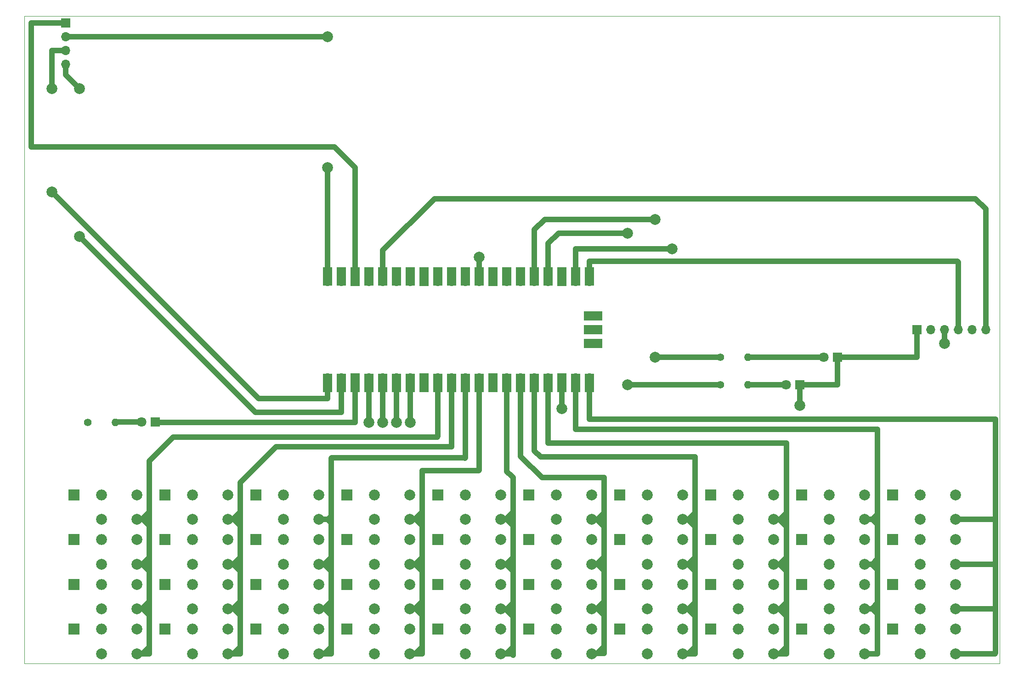
<source format=gbr>
%TF.GenerationSoftware,KiCad,Pcbnew,(5.1.12)-1*%
%TF.CreationDate,2022-01-08T10:32:31-05:00*%
%TF.ProjectId,pico_dual_sided,7069636f-5f64-4756-916c-5f7369646564,rev?*%
%TF.SameCoordinates,Original*%
%TF.FileFunction,Copper,L1,Top*%
%TF.FilePolarity,Positive*%
%FSLAX46Y46*%
G04 Gerber Fmt 4.6, Leading zero omitted, Abs format (unit mm)*
G04 Created by KiCad (PCBNEW (5.1.12)-1) date 2022-01-08 10:32:31*
%MOMM*%
%LPD*%
G01*
G04 APERTURE LIST*
%TA.AperFunction,Profile*%
%ADD10C,0.050000*%
%TD*%
%TA.AperFunction,ComponentPad*%
%ADD11C,2.000000*%
%TD*%
%TA.AperFunction,ComponentPad*%
%ADD12R,1.700000X1.700000*%
%TD*%
%TA.AperFunction,ComponentPad*%
%ADD13O,1.700000X1.700000*%
%TD*%
%TA.AperFunction,ComponentPad*%
%ADD14R,1.800000X1.800000*%
%TD*%
%TA.AperFunction,ComponentPad*%
%ADD15C,1.800000*%
%TD*%
%TA.AperFunction,SMDPad,CuDef*%
%ADD16R,1.700000X3.500000*%
%TD*%
%TA.AperFunction,SMDPad,CuDef*%
%ADD17R,3.500000X1.700000*%
%TD*%
%TA.AperFunction,ComponentPad*%
%ADD18O,2.000000X2.000000*%
%TD*%
%TA.AperFunction,ComponentPad*%
%ADD19R,2.000000X2.000000*%
%TD*%
%TA.AperFunction,ComponentPad*%
%ADD20C,1.400000*%
%TD*%
%TA.AperFunction,ComponentPad*%
%ADD21O,1.400000X1.400000*%
%TD*%
%TA.AperFunction,ViaPad*%
%ADD22C,2.000000*%
%TD*%
%TA.AperFunction,Conductor*%
%ADD23C,1.000000*%
%TD*%
G04 APERTURE END LIST*
D10*
X65405000Y-165100000D02*
X65405000Y-45720000D01*
X65405000Y-45720000D02*
X245110000Y-45720000D01*
X245110000Y-45720000D02*
X245110000Y-165100000D01*
X245110000Y-165100000D02*
X65405000Y-165100000D01*
D11*
%TO.P,SW12,3*%
%TO.N,Net-(SW12-Pad3)*%
X119657000Y-158750000D03*
%TO.P,SW12,4*%
%TO.N,Net-(SW10-Pad4)*%
X119657000Y-163250000D03*
%TO.P,SW12,1*%
%TO.N,Net-(D14-Pad2)*%
X113157000Y-158750000D03*
%TO.P,SW12,2*%
%TO.N,Net-(SW12-Pad2)*%
X113157000Y-163250000D03*
%TD*%
%TO.P,SW39,2*%
%TO.N,Net-(SW39-Pad2)*%
X230505000Y-154995000D03*
%TO.P,SW39,1*%
%TO.N,Net-(D41-Pad2)*%
X230505000Y-150495000D03*
%TO.P,SW39,4*%
%TO.N,Net-(SW37-Pad4)*%
X237005000Y-154995000D03*
%TO.P,SW39,3*%
%TO.N,Net-(SW39-Pad3)*%
X237005000Y-150495000D03*
%TD*%
D12*
%TO.P,IC1,1*%
%TO.N,Net-(D5-Pad1)*%
X229870000Y-103505000D03*
D13*
%TO.P,IC1,2*%
%TO.N,Net-(IC1-Pad2)*%
X232410000Y-103505000D03*
%TO.P,IC1,3*%
%TO.N,Net-(IC1-Pad3)*%
X234950000Y-103505000D03*
%TO.P,IC1,4*%
%TO.N,Net-(IC1-Pad4)*%
X237490000Y-103505000D03*
%TO.P,IC1,5*%
%TO.N,Net-(IC1-Pad5)*%
X240030000Y-103505000D03*
%TO.P,IC1,6*%
%TO.N,Net-(IC1-Pad6)*%
X242570000Y-103505000D03*
%TD*%
D14*
%TO.P,D6,1*%
%TO.N,Net-(D5-Pad1)*%
X215265000Y-108585000D03*
D15*
%TO.P,D6,2*%
%TO.N,Net-(D6-Pad2)*%
X212725000Y-108585000D03*
%TD*%
D11*
%TO.P,SW1,3*%
%TO.N,Net-(SW1-Pad3)*%
X86129000Y-133985000D03*
%TO.P,SW1,4*%
%TO.N,Net-(SW1-Pad4)*%
X86129000Y-138485000D03*
%TO.P,SW1,1*%
%TO.N,Net-(D1-Pad2)*%
X79629000Y-133985000D03*
%TO.P,SW1,2*%
%TO.N,Net-(SW1-Pad2)*%
X79629000Y-138485000D03*
%TD*%
D15*
%TO.P,D5,2*%
%TO.N,Net-(D5-Pad2)*%
X205740000Y-113665000D03*
D14*
%TO.P,D5,1*%
%TO.N,Net-(D5-Pad1)*%
X208280000Y-113665000D03*
%TD*%
D12*
%TO.P,J1,1*%
%TO.N,Net-(J1-Pad1)*%
X73025000Y-46990000D03*
D13*
%TO.P,J1,2*%
%TO.N,Net-(J1-Pad2)*%
X73025000Y-49530000D03*
%TO.P,J1,3*%
%TO.N,Net-(J1-Pad3)*%
X73025000Y-52070000D03*
%TO.P,J1,4*%
%TO.N,Net-(J1-Pad4)*%
X73025000Y-54610000D03*
%TD*%
D11*
%TO.P,SW2,3*%
%TO.N,Net-(SW2-Pad3)*%
X86129000Y-142240000D03*
%TO.P,SW2,4*%
%TO.N,Net-(SW1-Pad4)*%
X86129000Y-146740000D03*
%TO.P,SW2,1*%
%TO.N,Net-(D2-Pad2)*%
X79629000Y-142240000D03*
%TO.P,SW2,2*%
%TO.N,Net-(SW2-Pad2)*%
X79629000Y-146740000D03*
%TD*%
%TO.P,SW3,2*%
%TO.N,Net-(SW3-Pad2)*%
X79629000Y-154995000D03*
%TO.P,SW3,1*%
%TO.N,Net-(D3-Pad2)*%
X79629000Y-150495000D03*
%TO.P,SW3,4*%
%TO.N,Net-(SW1-Pad4)*%
X86129000Y-154995000D03*
%TO.P,SW3,3*%
%TO.N,Net-(SW3-Pad3)*%
X86129000Y-150495000D03*
%TD*%
%TO.P,SW4,2*%
%TO.N,Net-(SW4-Pad2)*%
X79629000Y-163250000D03*
%TO.P,SW4,1*%
%TO.N,Net-(D4-Pad2)*%
X79629000Y-158750000D03*
%TO.P,SW4,4*%
%TO.N,Net-(SW1-Pad4)*%
X86129000Y-163250000D03*
%TO.P,SW4,3*%
%TO.N,Net-(SW4-Pad3)*%
X86129000Y-158750000D03*
%TD*%
%TO.P,SW5,3*%
%TO.N,Net-(SW5-Pad3)*%
X102893000Y-133985000D03*
%TO.P,SW5,4*%
%TO.N,Net-(SW5-Pad4)*%
X102893000Y-138485000D03*
%TO.P,SW5,1*%
%TO.N,Net-(D7-Pad2)*%
X96393000Y-133985000D03*
%TO.P,SW5,2*%
%TO.N,Net-(SW5-Pad2)*%
X96393000Y-138485000D03*
%TD*%
%TO.P,SW6,3*%
%TO.N,Net-(SW6-Pad3)*%
X102893000Y-142240000D03*
%TO.P,SW6,4*%
%TO.N,Net-(SW5-Pad4)*%
X102893000Y-146740000D03*
%TO.P,SW6,1*%
%TO.N,Net-(D8-Pad2)*%
X96393000Y-142240000D03*
%TO.P,SW6,2*%
%TO.N,Net-(SW6-Pad2)*%
X96393000Y-146740000D03*
%TD*%
%TO.P,SW7,3*%
%TO.N,Net-(SW7-Pad3)*%
X102893000Y-150495000D03*
%TO.P,SW7,4*%
%TO.N,Net-(SW5-Pad4)*%
X102893000Y-154995000D03*
%TO.P,SW7,1*%
%TO.N,Net-(D9-Pad2)*%
X96393000Y-150495000D03*
%TO.P,SW7,2*%
%TO.N,Net-(SW7-Pad2)*%
X96393000Y-154995000D03*
%TD*%
%TO.P,SW8,2*%
%TO.N,Net-(SW8-Pad2)*%
X96393000Y-163250000D03*
%TO.P,SW8,1*%
%TO.N,Net-(D10-Pad2)*%
X96393000Y-158750000D03*
%TO.P,SW8,4*%
%TO.N,Net-(SW5-Pad4)*%
X102893000Y-163250000D03*
%TO.P,SW8,3*%
%TO.N,Net-(SW8-Pad3)*%
X102893000Y-158750000D03*
%TD*%
%TO.P,SW9,3*%
%TO.N,Net-(SW9-Pad3)*%
X119657000Y-133985000D03*
%TO.P,SW9,4*%
%TO.N,Net-(SW10-Pad4)*%
X119657000Y-138485000D03*
%TO.P,SW9,1*%
%TO.N,Net-(D11-Pad2)*%
X113157000Y-133985000D03*
%TO.P,SW9,2*%
%TO.N,Net-(SW9-Pad2)*%
X113157000Y-138485000D03*
%TD*%
%TO.P,SW10,3*%
%TO.N,Net-(SW10-Pad3)*%
X119657000Y-142240000D03*
%TO.P,SW10,4*%
%TO.N,Net-(SW10-Pad4)*%
X119657000Y-146740000D03*
%TO.P,SW10,1*%
%TO.N,Net-(D12-Pad2)*%
X113157000Y-142240000D03*
%TO.P,SW10,2*%
%TO.N,Net-(SW10-Pad2)*%
X113157000Y-146740000D03*
%TD*%
%TO.P,SW11,2*%
%TO.N,Net-(SW11-Pad2)*%
X113157000Y-154995000D03*
%TO.P,SW11,1*%
%TO.N,Net-(D13-Pad2)*%
X113157000Y-150495000D03*
%TO.P,SW11,4*%
%TO.N,Net-(SW10-Pad4)*%
X119657000Y-154995000D03*
%TO.P,SW11,3*%
%TO.N,Net-(SW11-Pad3)*%
X119657000Y-150495000D03*
%TD*%
%TO.P,SW13,3*%
%TO.N,Net-(SW13-Pad3)*%
X136421000Y-133985000D03*
%TO.P,SW13,4*%
%TO.N,Net-(SW13-Pad4)*%
X136421000Y-138485000D03*
%TO.P,SW13,1*%
%TO.N,Net-(D15-Pad2)*%
X129921000Y-133985000D03*
%TO.P,SW13,2*%
%TO.N,Net-(SW13-Pad2)*%
X129921000Y-138485000D03*
%TD*%
%TO.P,SW14,3*%
%TO.N,Net-(SW14-Pad3)*%
X136421000Y-142240000D03*
%TO.P,SW14,4*%
%TO.N,Net-(SW13-Pad4)*%
X136421000Y-146740000D03*
%TO.P,SW14,1*%
%TO.N,Net-(D16-Pad2)*%
X129921000Y-142240000D03*
%TO.P,SW14,2*%
%TO.N,Net-(SW14-Pad2)*%
X129921000Y-146740000D03*
%TD*%
%TO.P,SW15,2*%
%TO.N,Net-(SW15-Pad2)*%
X129921000Y-154995000D03*
%TO.P,SW15,1*%
%TO.N,Net-(D17-Pad2)*%
X129921000Y-150495000D03*
%TO.P,SW15,4*%
%TO.N,Net-(SW13-Pad4)*%
X136421000Y-154995000D03*
%TO.P,SW15,3*%
%TO.N,Net-(SW15-Pad3)*%
X136421000Y-150495000D03*
%TD*%
%TO.P,SW16,2*%
%TO.N,Net-(SW16-Pad2)*%
X129921000Y-163250000D03*
%TO.P,SW16,1*%
%TO.N,Net-(D18-Pad2)*%
X129921000Y-158750000D03*
%TO.P,SW16,4*%
%TO.N,Net-(SW13-Pad4)*%
X136421000Y-163250000D03*
%TO.P,SW16,3*%
%TO.N,Net-(SW16-Pad3)*%
X136421000Y-158750000D03*
%TD*%
%TO.P,SW17,3*%
%TO.N,Net-(SW17-Pad3)*%
X153185000Y-133985000D03*
%TO.P,SW17,4*%
%TO.N,Net-(SW17-Pad4)*%
X153185000Y-138485000D03*
%TO.P,SW17,1*%
%TO.N,Net-(D19-Pad2)*%
X146685000Y-133985000D03*
%TO.P,SW17,2*%
%TO.N,Net-(SW17-Pad2)*%
X146685000Y-138485000D03*
%TD*%
%TO.P,SW18,3*%
%TO.N,Net-(SW18-Pad3)*%
X153185000Y-142240000D03*
%TO.P,SW18,4*%
%TO.N,Net-(SW17-Pad4)*%
X153185000Y-146740000D03*
%TO.P,SW18,1*%
%TO.N,Net-(D20-Pad2)*%
X146685000Y-142240000D03*
%TO.P,SW18,2*%
%TO.N,Net-(SW18-Pad2)*%
X146685000Y-146740000D03*
%TD*%
%TO.P,SW19,2*%
%TO.N,Net-(SW19-Pad2)*%
X146685000Y-154995000D03*
%TO.P,SW19,1*%
%TO.N,Net-(D21-Pad2)*%
X146685000Y-150495000D03*
%TO.P,SW19,4*%
%TO.N,Net-(SW17-Pad4)*%
X153185000Y-154995000D03*
%TO.P,SW19,3*%
%TO.N,Net-(SW19-Pad3)*%
X153185000Y-150495000D03*
%TD*%
%TO.P,SW20,2*%
%TO.N,Net-(SW20-Pad2)*%
X146685000Y-163250000D03*
%TO.P,SW20,1*%
%TO.N,Net-(D22-Pad2)*%
X146685000Y-158750000D03*
%TO.P,SW20,4*%
%TO.N,Net-(SW17-Pad4)*%
X153185000Y-163250000D03*
%TO.P,SW20,3*%
%TO.N,Net-(SW20-Pad3)*%
X153185000Y-158750000D03*
%TD*%
%TO.P,SW21,3*%
%TO.N,Net-(SW21-Pad3)*%
X169949000Y-133985000D03*
%TO.P,SW21,4*%
%TO.N,Net-(SW21-Pad4)*%
X169949000Y-138485000D03*
%TO.P,SW21,1*%
%TO.N,Net-(D23-Pad2)*%
X163449000Y-133985000D03*
%TO.P,SW21,2*%
%TO.N,Net-(SW21-Pad2)*%
X163449000Y-138485000D03*
%TD*%
%TO.P,SW22,3*%
%TO.N,Net-(SW22-Pad3)*%
X169949000Y-142240000D03*
%TO.P,SW22,4*%
%TO.N,Net-(SW21-Pad4)*%
X169949000Y-146740000D03*
%TO.P,SW22,1*%
%TO.N,Net-(D24-Pad2)*%
X163449000Y-142240000D03*
%TO.P,SW22,2*%
%TO.N,Net-(SW22-Pad2)*%
X163449000Y-146740000D03*
%TD*%
%TO.P,SW23,2*%
%TO.N,Net-(SW23-Pad2)*%
X163449000Y-154995000D03*
%TO.P,SW23,1*%
%TO.N,Net-(D25-Pad2)*%
X163449000Y-150495000D03*
%TO.P,SW23,4*%
%TO.N,Net-(SW21-Pad4)*%
X169949000Y-154995000D03*
%TO.P,SW23,3*%
%TO.N,Net-(SW23-Pad3)*%
X169949000Y-150495000D03*
%TD*%
%TO.P,SW24,2*%
%TO.N,Net-(SW24-Pad2)*%
X163449000Y-163250000D03*
%TO.P,SW24,1*%
%TO.N,Net-(D26-Pad2)*%
X163449000Y-158750000D03*
%TO.P,SW24,4*%
%TO.N,Net-(SW21-Pad4)*%
X169949000Y-163250000D03*
%TO.P,SW24,3*%
%TO.N,Net-(SW24-Pad3)*%
X169949000Y-158750000D03*
%TD*%
%TO.P,SW25,3*%
%TO.N,Net-(SW25-Pad3)*%
X186713000Y-133985000D03*
%TO.P,SW25,4*%
%TO.N,Net-(SW25-Pad4)*%
X186713000Y-138485000D03*
%TO.P,SW25,1*%
%TO.N,Net-(D27-Pad2)*%
X180213000Y-133985000D03*
%TO.P,SW25,2*%
%TO.N,Net-(SW25-Pad2)*%
X180213000Y-138485000D03*
%TD*%
%TO.P,SW26,3*%
%TO.N,Net-(SW26-Pad3)*%
X186713000Y-142240000D03*
%TO.P,SW26,4*%
%TO.N,Net-(SW25-Pad4)*%
X186713000Y-146740000D03*
%TO.P,SW26,1*%
%TO.N,Net-(D28-Pad2)*%
X180213000Y-142240000D03*
%TO.P,SW26,2*%
%TO.N,Net-(SW26-Pad2)*%
X180213000Y-146740000D03*
%TD*%
%TO.P,SW27,2*%
%TO.N,Net-(SW27-Pad2)*%
X180213000Y-154995000D03*
%TO.P,SW27,1*%
%TO.N,Net-(D29-Pad2)*%
X180213000Y-150495000D03*
%TO.P,SW27,4*%
%TO.N,Net-(SW25-Pad4)*%
X186713000Y-154995000D03*
%TO.P,SW27,3*%
%TO.N,Net-(SW27-Pad3)*%
X186713000Y-150495000D03*
%TD*%
%TO.P,SW28,2*%
%TO.N,Net-(SW28-Pad2)*%
X180213000Y-163250000D03*
%TO.P,SW28,1*%
%TO.N,Net-(D30-Pad2)*%
X180213000Y-158750000D03*
%TO.P,SW28,4*%
%TO.N,Net-(SW25-Pad4)*%
X186713000Y-163250000D03*
%TO.P,SW28,3*%
%TO.N,Net-(SW28-Pad3)*%
X186713000Y-158750000D03*
%TD*%
%TO.P,SW29,2*%
%TO.N,Net-(SW29-Pad2)*%
X196977000Y-138485000D03*
%TO.P,SW29,1*%
%TO.N,Net-(D31-Pad2)*%
X196977000Y-133985000D03*
%TO.P,SW29,4*%
%TO.N,Net-(SW29-Pad4)*%
X203477000Y-138485000D03*
%TO.P,SW29,3*%
%TO.N,Net-(SW29-Pad3)*%
X203477000Y-133985000D03*
%TD*%
%TO.P,SW30,3*%
%TO.N,Net-(SW30-Pad3)*%
X203477000Y-142240000D03*
%TO.P,SW30,4*%
%TO.N,Net-(SW29-Pad4)*%
X203477000Y-146740000D03*
%TO.P,SW30,1*%
%TO.N,Net-(D32-Pad2)*%
X196977000Y-142240000D03*
%TO.P,SW30,2*%
%TO.N,Net-(SW30-Pad2)*%
X196977000Y-146740000D03*
%TD*%
%TO.P,SW31,2*%
%TO.N,Net-(SW31-Pad2)*%
X196977000Y-154995000D03*
%TO.P,SW31,1*%
%TO.N,Net-(D33-Pad2)*%
X196977000Y-150495000D03*
%TO.P,SW31,4*%
%TO.N,Net-(SW29-Pad4)*%
X203477000Y-154995000D03*
%TO.P,SW31,3*%
%TO.N,Net-(SW31-Pad3)*%
X203477000Y-150495000D03*
%TD*%
%TO.P,SW32,2*%
%TO.N,Net-(SW32-Pad2)*%
X196977000Y-163250000D03*
%TO.P,SW32,1*%
%TO.N,Net-(D34-Pad2)*%
X196977000Y-158750000D03*
%TO.P,SW32,4*%
%TO.N,Net-(SW29-Pad4)*%
X203477000Y-163250000D03*
%TO.P,SW32,3*%
%TO.N,Net-(SW32-Pad3)*%
X203477000Y-158750000D03*
%TD*%
%TO.P,SW33,3*%
%TO.N,Net-(SW33-Pad3)*%
X220241000Y-133985000D03*
%TO.P,SW33,4*%
%TO.N,Net-(SW33-Pad4)*%
X220241000Y-138485000D03*
%TO.P,SW33,1*%
%TO.N,Net-(D35-Pad2)*%
X213741000Y-133985000D03*
%TO.P,SW33,2*%
%TO.N,Net-(SW33-Pad2)*%
X213741000Y-138485000D03*
%TD*%
%TO.P,SW34,3*%
%TO.N,Net-(SW34-Pad3)*%
X220241000Y-142240000D03*
%TO.P,SW34,4*%
%TO.N,Net-(SW33-Pad4)*%
X220241000Y-146740000D03*
%TO.P,SW34,1*%
%TO.N,Net-(D36-Pad2)*%
X213741000Y-142240000D03*
%TO.P,SW34,2*%
%TO.N,Net-(SW34-Pad2)*%
X213741000Y-146740000D03*
%TD*%
%TO.P,SW35,2*%
%TO.N,Net-(SW35-Pad2)*%
X213741000Y-154995000D03*
%TO.P,SW35,1*%
%TO.N,Net-(D37-Pad2)*%
X213741000Y-150495000D03*
%TO.P,SW35,4*%
%TO.N,Net-(SW33-Pad4)*%
X220241000Y-154995000D03*
%TO.P,SW35,3*%
%TO.N,Net-(SW35-Pad3)*%
X220241000Y-150495000D03*
%TD*%
%TO.P,SW36,2*%
%TO.N,Net-(SW36-Pad2)*%
X213741000Y-163250000D03*
%TO.P,SW36,1*%
%TO.N,Net-(D38-Pad2)*%
X213741000Y-158750000D03*
%TO.P,SW36,4*%
%TO.N,Net-(SW33-Pad4)*%
X220241000Y-163250000D03*
%TO.P,SW36,3*%
%TO.N,Net-(SW36-Pad3)*%
X220241000Y-158750000D03*
%TD*%
%TO.P,SW37,2*%
%TO.N,Net-(SW37-Pad2)*%
X230505000Y-138485000D03*
%TO.P,SW37,1*%
%TO.N,Net-(D39-Pad2)*%
X230505000Y-133985000D03*
%TO.P,SW37,4*%
%TO.N,Net-(SW37-Pad4)*%
X237005000Y-138485000D03*
%TO.P,SW37,3*%
%TO.N,Net-(SW37-Pad3)*%
X237005000Y-133985000D03*
%TD*%
%TO.P,SW38,3*%
%TO.N,Net-(SW38-Pad3)*%
X237005000Y-142240000D03*
%TO.P,SW38,4*%
%TO.N,Net-(SW37-Pad4)*%
X237005000Y-146740000D03*
%TO.P,SW38,1*%
%TO.N,Net-(D40-Pad2)*%
X230505000Y-142240000D03*
%TO.P,SW38,2*%
%TO.N,Net-(SW38-Pad2)*%
X230505000Y-146740000D03*
%TD*%
%TO.P,SW40,2*%
%TO.N,Net-(SW40-Pad2)*%
X230505000Y-163250000D03*
%TO.P,SW40,1*%
%TO.N,Net-(D42-Pad2)*%
X230505000Y-158750000D03*
%TO.P,SW40,4*%
%TO.N,Net-(SW37-Pad4)*%
X237005000Y-163250000D03*
%TO.P,SW40,3*%
%TO.N,Net-(SW40-Pad3)*%
X237005000Y-158750000D03*
%TD*%
D13*
%TO.P,U1,1*%
%TO.N,Net-(J1-Pad3)*%
X121285000Y-112395000D03*
%TO.P,U1,2*%
%TO.N,Net-(J1-Pad4)*%
X123825000Y-112395000D03*
D12*
%TO.P,U1,3*%
%TO.N,Net-(D43-Pad1)*%
X126365000Y-112395000D03*
D13*
%TO.P,U1,4*%
%TO.N,Net-(D10-Pad1)*%
X128905000Y-112395000D03*
%TO.P,U1,5*%
%TO.N,Net-(D13-Pad1)*%
X131445000Y-112395000D03*
%TO.P,U1,6*%
%TO.N,Net-(D12-Pad1)*%
X133985000Y-112395000D03*
%TO.P,U1,7*%
%TO.N,Net-(D1-Pad1)*%
X136525000Y-112395000D03*
D12*
%TO.P,U1,8*%
%TO.N,Net-(U1-Pad8)*%
X139065000Y-112395000D03*
D13*
%TO.P,U1,9*%
%TO.N,Net-(SW1-Pad4)*%
X141605000Y-112395000D03*
%TO.P,U1,10*%
%TO.N,Net-(SW5-Pad4)*%
X144145000Y-112395000D03*
%TO.P,U1,11*%
%TO.N,Net-(SW10-Pad4)*%
X146685000Y-112395000D03*
%TO.P,U1,12*%
%TO.N,Net-(SW13-Pad4)*%
X149225000Y-112395000D03*
D12*
%TO.P,U1,13*%
%TO.N,Net-(U1-Pad13)*%
X151765000Y-112395000D03*
D13*
%TO.P,U1,14*%
%TO.N,Net-(SW17-Pad4)*%
X154305000Y-112395000D03*
%TO.P,U1,15*%
%TO.N,Net-(SW21-Pad4)*%
X156845000Y-112395000D03*
%TO.P,U1,16*%
%TO.N,Net-(SW25-Pad4)*%
X159385000Y-112395000D03*
%TO.P,U1,17*%
%TO.N,Net-(SW29-Pad4)*%
X161925000Y-112395000D03*
D12*
%TO.P,U1,18*%
%TO.N,Net-(D5-Pad1)*%
X164465000Y-112395000D03*
D13*
%TO.P,U1,19*%
%TO.N,Net-(SW33-Pad4)*%
X167005000Y-112395000D03*
%TO.P,U1,20*%
%TO.N,Net-(SW37-Pad4)*%
X169545000Y-112395000D03*
%TO.P,U1,21*%
%TO.N,Net-(IC1-Pad4)*%
X169545000Y-94615000D03*
%TO.P,U1,22*%
%TO.N,Net-(IC1-Pad3)*%
X167005000Y-94615000D03*
D12*
%TO.P,U1,23*%
%TO.N,Net-(U1-Pad23)*%
X164465000Y-94615000D03*
D13*
%TO.P,U1,24*%
%TO.N,Net-(R1-Pad1)*%
X161925000Y-94615000D03*
%TO.P,U1,25*%
%TO.N,Net-(R2-Pad1)*%
X159385000Y-94615000D03*
%TO.P,U1,26*%
%TO.N,Net-(U1-Pad26)*%
X156845000Y-94615000D03*
%TO.P,U1,27*%
%TO.N,Net-(U1-Pad27)*%
X154305000Y-94615000D03*
D12*
%TO.P,U1,28*%
%TO.N,Net-(U1-Pad28)*%
X151765000Y-94615000D03*
D13*
%TO.P,U1,29*%
%TO.N,Net-(R3-Pad1)*%
X149225000Y-94615000D03*
%TO.P,U1,30*%
%TO.N,Net-(U1-Pad30)*%
X146685000Y-94615000D03*
%TO.P,U1,31*%
%TO.N,Net-(U1-Pad31)*%
X144145000Y-94615000D03*
%TO.P,U1,32*%
%TO.N,Net-(U1-Pad32)*%
X141605000Y-94615000D03*
D12*
%TO.P,U1,33*%
%TO.N,Net-(U1-Pad33)*%
X139065000Y-94615000D03*
D13*
%TO.P,U1,34*%
%TO.N,Net-(U1-Pad34)*%
X136525000Y-94615000D03*
%TO.P,U1,35*%
%TO.N,Net-(U1-Pad35)*%
X133985000Y-94615000D03*
%TO.P,U1,36*%
%TO.N,Net-(IC1-Pad6)*%
X131445000Y-94615000D03*
%TO.P,U1,37*%
%TO.N,Net-(U1-Pad37)*%
X128905000Y-94615000D03*
D12*
%TO.P,U1,38*%
%TO.N,Net-(J1-Pad1)*%
X126365000Y-94615000D03*
D13*
%TO.P,U1,39*%
%TO.N,Net-(U1-Pad39)*%
X123825000Y-94615000D03*
%TO.P,U1,40*%
%TO.N,Net-(J1-Pad2)*%
X121285000Y-94615000D03*
D16*
%TO.P,U1,1*%
%TO.N,Net-(J1-Pad3)*%
X121285000Y-113295000D03*
%TO.P,U1,2*%
%TO.N,Net-(J1-Pad4)*%
X123825000Y-113295000D03*
%TO.P,U1,3*%
%TO.N,Net-(D43-Pad1)*%
X126365000Y-113295000D03*
%TO.P,U1,4*%
%TO.N,Net-(D10-Pad1)*%
X128905000Y-113295000D03*
%TO.P,U1,5*%
%TO.N,Net-(D13-Pad1)*%
X131445000Y-113295000D03*
%TO.P,U1,6*%
%TO.N,Net-(D12-Pad1)*%
X133985000Y-113295000D03*
%TO.P,U1,7*%
%TO.N,Net-(D1-Pad1)*%
X136525000Y-113295000D03*
%TO.P,U1,8*%
%TO.N,Net-(U1-Pad8)*%
X139065000Y-113295000D03*
%TO.P,U1,9*%
%TO.N,Net-(SW1-Pad4)*%
X141605000Y-113295000D03*
%TO.P,U1,10*%
%TO.N,Net-(SW5-Pad4)*%
X144145000Y-113295000D03*
%TO.P,U1,11*%
%TO.N,Net-(SW10-Pad4)*%
X146685000Y-113295000D03*
%TO.P,U1,12*%
%TO.N,Net-(SW13-Pad4)*%
X149225000Y-113295000D03*
%TO.P,U1,13*%
%TO.N,Net-(U1-Pad13)*%
X151765000Y-113295000D03*
%TO.P,U1,14*%
%TO.N,Net-(SW17-Pad4)*%
X154305000Y-113295000D03*
%TO.P,U1,15*%
%TO.N,Net-(SW21-Pad4)*%
X156845000Y-113295000D03*
%TO.P,U1,16*%
%TO.N,Net-(SW25-Pad4)*%
X159385000Y-113295000D03*
%TO.P,U1,17*%
%TO.N,Net-(SW29-Pad4)*%
X161925000Y-113295000D03*
%TO.P,U1,18*%
%TO.N,Net-(D5-Pad1)*%
X164465000Y-113295000D03*
%TO.P,U1,19*%
%TO.N,Net-(SW33-Pad4)*%
X167005000Y-113295000D03*
%TO.P,U1,20*%
%TO.N,Net-(SW37-Pad4)*%
X169545000Y-113295000D03*
%TO.P,U1,40*%
%TO.N,Net-(J1-Pad2)*%
X121285000Y-93715000D03*
%TO.P,U1,39*%
%TO.N,Net-(U1-Pad39)*%
X123825000Y-93715000D03*
%TO.P,U1,38*%
%TO.N,Net-(J1-Pad1)*%
X126365000Y-93715000D03*
%TO.P,U1,37*%
%TO.N,Net-(U1-Pad37)*%
X128905000Y-93715000D03*
%TO.P,U1,36*%
%TO.N,Net-(IC1-Pad6)*%
X131445000Y-93715000D03*
%TO.P,U1,35*%
%TO.N,Net-(U1-Pad35)*%
X133985000Y-93715000D03*
%TO.P,U1,34*%
%TO.N,Net-(U1-Pad34)*%
X136525000Y-93715000D03*
%TO.P,U1,33*%
%TO.N,Net-(U1-Pad33)*%
X139065000Y-93715000D03*
%TO.P,U1,32*%
%TO.N,Net-(U1-Pad32)*%
X141605000Y-93715000D03*
%TO.P,U1,31*%
%TO.N,Net-(U1-Pad31)*%
X144145000Y-93715000D03*
%TO.P,U1,30*%
%TO.N,Net-(U1-Pad30)*%
X146685000Y-93715000D03*
%TO.P,U1,29*%
%TO.N,Net-(R3-Pad1)*%
X149225000Y-93715000D03*
%TO.P,U1,28*%
%TO.N,Net-(U1-Pad28)*%
X151765000Y-93715000D03*
%TO.P,U1,27*%
%TO.N,Net-(U1-Pad27)*%
X154305000Y-93715000D03*
%TO.P,U1,26*%
%TO.N,Net-(U1-Pad26)*%
X156845000Y-93715000D03*
%TO.P,U1,25*%
%TO.N,Net-(R2-Pad1)*%
X159385000Y-93715000D03*
%TO.P,U1,24*%
%TO.N,Net-(R1-Pad1)*%
X161925000Y-93715000D03*
%TO.P,U1,23*%
%TO.N,Net-(U1-Pad23)*%
X164465000Y-93715000D03*
%TO.P,U1,22*%
%TO.N,Net-(IC1-Pad3)*%
X167005000Y-93715000D03*
%TO.P,U1,21*%
%TO.N,Net-(IC1-Pad4)*%
X169545000Y-93715000D03*
D17*
%TO.P,U1,41*%
%TO.N,Net-(U1-Pad41)*%
X170215000Y-106045000D03*
D13*
X169315000Y-106045000D03*
D17*
%TO.P,U1,42*%
%TO.N,Net-(U1-Pad42)*%
X170215000Y-103505000D03*
D12*
X169315000Y-103505000D03*
D17*
%TO.P,U1,43*%
%TO.N,Net-(U1-Pad43)*%
X170215000Y-100965000D03*
D13*
X169315000Y-100965000D03*
%TD*%
D14*
%TO.P,D43,1*%
%TO.N,Net-(D43-Pad1)*%
X89464999Y-120549999D03*
D15*
%TO.P,D43,2*%
%TO.N,Net-(D43-Pad2)*%
X86924999Y-120549999D03*
%TD*%
D18*
%TO.P,D1,2*%
%TO.N,Net-(D1-Pad2)*%
X79629000Y-133985000D03*
D19*
%TO.P,D1,1*%
%TO.N,Net-(D1-Pad1)*%
X74549000Y-133985000D03*
%TD*%
D18*
%TO.P,D2,2*%
%TO.N,Net-(D2-Pad2)*%
X79629000Y-142240000D03*
D19*
%TO.P,D2,1*%
%TO.N,Net-(D12-Pad1)*%
X74549000Y-142240000D03*
%TD*%
%TO.P,D3,1*%
%TO.N,Net-(D13-Pad1)*%
X74549000Y-150495000D03*
D18*
%TO.P,D3,2*%
%TO.N,Net-(D3-Pad2)*%
X79629000Y-150495000D03*
%TD*%
D19*
%TO.P,D4,1*%
%TO.N,Net-(D10-Pad1)*%
X74549000Y-158750000D03*
D18*
%TO.P,D4,2*%
%TO.N,Net-(D4-Pad2)*%
X79629000Y-158750000D03*
%TD*%
D19*
%TO.P,D7,1*%
%TO.N,Net-(D1-Pad1)*%
X91313000Y-133985000D03*
D18*
%TO.P,D7,2*%
%TO.N,Net-(D7-Pad2)*%
X96393000Y-133985000D03*
%TD*%
D19*
%TO.P,D8,1*%
%TO.N,Net-(D12-Pad1)*%
X91313000Y-142240000D03*
D18*
%TO.P,D8,2*%
%TO.N,Net-(D8-Pad2)*%
X96393000Y-142240000D03*
%TD*%
D19*
%TO.P,D9,1*%
%TO.N,Net-(D13-Pad1)*%
X91313000Y-150495000D03*
D18*
%TO.P,D9,2*%
%TO.N,Net-(D9-Pad2)*%
X96393000Y-150495000D03*
%TD*%
D19*
%TO.P,D10,1*%
%TO.N,Net-(D10-Pad1)*%
X91313000Y-158750000D03*
D18*
%TO.P,D10,2*%
%TO.N,Net-(D10-Pad2)*%
X96393000Y-158750000D03*
%TD*%
%TO.P,D11,2*%
%TO.N,Net-(D11-Pad2)*%
X113157000Y-133985000D03*
D19*
%TO.P,D11,1*%
%TO.N,Net-(D1-Pad1)*%
X108077000Y-133985000D03*
%TD*%
%TO.P,D12,1*%
%TO.N,Net-(D12-Pad1)*%
X108077000Y-142240000D03*
D18*
%TO.P,D12,2*%
%TO.N,Net-(D12-Pad2)*%
X113157000Y-142240000D03*
%TD*%
D19*
%TO.P,D13,1*%
%TO.N,Net-(D13-Pad1)*%
X108077000Y-150495000D03*
D18*
%TO.P,D13,2*%
%TO.N,Net-(D13-Pad2)*%
X113157000Y-150495000D03*
%TD*%
D19*
%TO.P,D14,1*%
%TO.N,Net-(D10-Pad1)*%
X108077000Y-158750000D03*
D18*
%TO.P,D14,2*%
%TO.N,Net-(D14-Pad2)*%
X113157000Y-158750000D03*
%TD*%
D19*
%TO.P,D15,1*%
%TO.N,Net-(D1-Pad1)*%
X124841000Y-133985000D03*
D18*
%TO.P,D15,2*%
%TO.N,Net-(D15-Pad2)*%
X129921000Y-133985000D03*
%TD*%
D19*
%TO.P,D16,1*%
%TO.N,Net-(D12-Pad1)*%
X124841000Y-142240000D03*
D18*
%TO.P,D16,2*%
%TO.N,Net-(D16-Pad2)*%
X129921000Y-142240000D03*
%TD*%
%TO.P,D17,2*%
%TO.N,Net-(D17-Pad2)*%
X129921000Y-150495000D03*
D19*
%TO.P,D17,1*%
%TO.N,Net-(D13-Pad1)*%
X124841000Y-150495000D03*
%TD*%
D18*
%TO.P,D18,2*%
%TO.N,Net-(D18-Pad2)*%
X129921000Y-158750000D03*
D19*
%TO.P,D18,1*%
%TO.N,Net-(D10-Pad1)*%
X124841000Y-158750000D03*
%TD*%
D18*
%TO.P,D19,2*%
%TO.N,Net-(D19-Pad2)*%
X146685000Y-133985000D03*
D19*
%TO.P,D19,1*%
%TO.N,Net-(D1-Pad1)*%
X141605000Y-133985000D03*
%TD*%
D18*
%TO.P,D20,2*%
%TO.N,Net-(D20-Pad2)*%
X146685000Y-142240000D03*
D19*
%TO.P,D20,1*%
%TO.N,Net-(D12-Pad1)*%
X141605000Y-142240000D03*
%TD*%
%TO.P,D21,1*%
%TO.N,Net-(D13-Pad1)*%
X141605000Y-150495000D03*
D18*
%TO.P,D21,2*%
%TO.N,Net-(D21-Pad2)*%
X146685000Y-150495000D03*
%TD*%
%TO.P,D22,2*%
%TO.N,Net-(D22-Pad2)*%
X146685000Y-158750000D03*
D19*
%TO.P,D22,1*%
%TO.N,Net-(D10-Pad1)*%
X141605000Y-158750000D03*
%TD*%
%TO.P,D23,1*%
%TO.N,Net-(D1-Pad1)*%
X158369000Y-133985000D03*
D18*
%TO.P,D23,2*%
%TO.N,Net-(D23-Pad2)*%
X163449000Y-133985000D03*
%TD*%
%TO.P,D24,2*%
%TO.N,Net-(D24-Pad2)*%
X163449000Y-142240000D03*
D19*
%TO.P,D24,1*%
%TO.N,Net-(D12-Pad1)*%
X158369000Y-142240000D03*
%TD*%
D18*
%TO.P,D25,2*%
%TO.N,Net-(D25-Pad2)*%
X163449000Y-150495000D03*
D19*
%TO.P,D25,1*%
%TO.N,Net-(D13-Pad1)*%
X158369000Y-150495000D03*
%TD*%
D18*
%TO.P,D26,2*%
%TO.N,Net-(D26-Pad2)*%
X163449000Y-158750000D03*
D19*
%TO.P,D26,1*%
%TO.N,Net-(D10-Pad1)*%
X158369000Y-158750000D03*
%TD*%
D18*
%TO.P,D27,2*%
%TO.N,Net-(D27-Pad2)*%
X180213000Y-133985000D03*
D19*
%TO.P,D27,1*%
%TO.N,Net-(D1-Pad1)*%
X175133000Y-133985000D03*
%TD*%
%TO.P,D28,1*%
%TO.N,Net-(D12-Pad1)*%
X175133000Y-142240000D03*
D18*
%TO.P,D28,2*%
%TO.N,Net-(D28-Pad2)*%
X180213000Y-142240000D03*
%TD*%
D19*
%TO.P,D29,1*%
%TO.N,Net-(D13-Pad1)*%
X175133000Y-150495000D03*
D18*
%TO.P,D29,2*%
%TO.N,Net-(D29-Pad2)*%
X180213000Y-150495000D03*
%TD*%
%TO.P,D30,2*%
%TO.N,Net-(D30-Pad2)*%
X180213000Y-158750000D03*
D19*
%TO.P,D30,1*%
%TO.N,Net-(D10-Pad1)*%
X175133000Y-158750000D03*
%TD*%
%TO.P,D31,1*%
%TO.N,Net-(D1-Pad1)*%
X191897000Y-133985000D03*
D18*
%TO.P,D31,2*%
%TO.N,Net-(D31-Pad2)*%
X196977000Y-133985000D03*
%TD*%
D19*
%TO.P,D32,1*%
%TO.N,Net-(D12-Pad1)*%
X191897000Y-142240000D03*
D18*
%TO.P,D32,2*%
%TO.N,Net-(D32-Pad2)*%
X196977000Y-142240000D03*
%TD*%
%TO.P,D33,2*%
%TO.N,Net-(D33-Pad2)*%
X196977000Y-150495000D03*
D19*
%TO.P,D33,1*%
%TO.N,Net-(D13-Pad1)*%
X191897000Y-150495000D03*
%TD*%
D18*
%TO.P,D34,2*%
%TO.N,Net-(D34-Pad2)*%
X196977000Y-158750000D03*
D19*
%TO.P,D34,1*%
%TO.N,Net-(D10-Pad1)*%
X191897000Y-158750000D03*
%TD*%
D18*
%TO.P,D35,2*%
%TO.N,Net-(D35-Pad2)*%
X213741000Y-133985000D03*
D19*
%TO.P,D35,1*%
%TO.N,Net-(D1-Pad1)*%
X208661000Y-133985000D03*
%TD*%
D18*
%TO.P,D36,2*%
%TO.N,Net-(D36-Pad2)*%
X213741000Y-142240000D03*
D19*
%TO.P,D36,1*%
%TO.N,Net-(D12-Pad1)*%
X208661000Y-142240000D03*
%TD*%
D18*
%TO.P,D37,2*%
%TO.N,Net-(D37-Pad2)*%
X213741000Y-150495000D03*
D19*
%TO.P,D37,1*%
%TO.N,Net-(D13-Pad1)*%
X208661000Y-150495000D03*
%TD*%
D18*
%TO.P,D38,2*%
%TO.N,Net-(D38-Pad2)*%
X213741000Y-158750000D03*
D19*
%TO.P,D38,1*%
%TO.N,Net-(D10-Pad1)*%
X208661000Y-158750000D03*
%TD*%
%TO.P,D39,1*%
%TO.N,Net-(D1-Pad1)*%
X225425000Y-133985000D03*
D18*
%TO.P,D39,2*%
%TO.N,Net-(D39-Pad2)*%
X230505000Y-133985000D03*
%TD*%
%TO.P,D40,2*%
%TO.N,Net-(D40-Pad2)*%
X230505000Y-142240000D03*
D19*
%TO.P,D40,1*%
%TO.N,Net-(D12-Pad1)*%
X225425000Y-142240000D03*
%TD*%
%TO.P,D41,1*%
%TO.N,Net-(D13-Pad1)*%
X225425000Y-150495000D03*
D18*
%TO.P,D41,2*%
%TO.N,Net-(D41-Pad2)*%
X230505000Y-150495000D03*
%TD*%
D19*
%TO.P,D42,1*%
%TO.N,Net-(D10-Pad1)*%
X225425000Y-158750000D03*
D18*
%TO.P,D42,2*%
%TO.N,Net-(D42-Pad2)*%
X230505000Y-158750000D03*
%TD*%
D20*
%TO.P,R1,1*%
%TO.N,Net-(R1-Pad1)*%
X193675000Y-113665000D03*
D21*
%TO.P,R1,2*%
%TO.N,Net-(D5-Pad2)*%
X198755000Y-113665000D03*
%TD*%
%TO.P,R2,2*%
%TO.N,Net-(D6-Pad2)*%
X198755000Y-108585000D03*
D20*
%TO.P,R2,1*%
%TO.N,Net-(R2-Pad1)*%
X193675000Y-108585000D03*
%TD*%
%TO.P,R3,1*%
%TO.N,Net-(R3-Pad1)*%
X77089000Y-120650000D03*
D21*
%TO.P,R3,2*%
%TO.N,Net-(D43-Pad2)*%
X82169000Y-120650000D03*
%TD*%
D22*
%TO.N,Net-(J1-Pad2)*%
X121285000Y-73660000D03*
X121285000Y-49530000D03*
%TO.N,Net-(J1-Pad3)*%
X70485000Y-59055000D03*
X70485000Y-78105000D03*
%TO.N,Net-(J1-Pad4)*%
X75565000Y-59055000D03*
X75565000Y-86360000D03*
%TO.N,Net-(D1-Pad1)*%
X136525000Y-120650000D03*
%TO.N,Net-(D12-Pad1)*%
X133985000Y-120650000D03*
%TO.N,Net-(D13-Pad1)*%
X131445000Y-120650000D03*
%TO.N,Net-(D10-Pad1)*%
X128905000Y-120650000D03*
%TO.N,Net-(D5-Pad1)*%
X164465000Y-118110000D03*
X208280000Y-117475000D03*
%TO.N,Net-(IC1-Pad3)*%
X234950000Y-106045000D03*
X184785000Y-88646000D03*
%TO.N,Net-(R1-Pad1)*%
X176530000Y-113665000D03*
X176530000Y-85725000D03*
%TO.N,Net-(R2-Pad1)*%
X181610000Y-83185000D03*
X181610000Y-108585000D03*
%TO.N,Net-(R3-Pad1)*%
X149225000Y-90170000D03*
%TD*%
D23*
%TO.N,Net-(J1-Pad1)*%
X86995000Y-69850000D02*
X86995000Y-69850000D01*
X66675000Y-69850000D02*
X66675000Y-69850000D01*
X66675000Y-46990000D02*
X73025000Y-46990000D01*
X66675000Y-69850000D02*
X66675000Y-46990000D01*
X122555000Y-69850000D02*
X66675000Y-69850000D01*
X126365000Y-73660000D02*
X122555000Y-69850000D01*
X126365000Y-94615000D02*
X126365000Y-73660000D01*
%TO.N,Net-(J1-Pad2)*%
X121285000Y-94615000D02*
X121285000Y-88900000D01*
X121285000Y-88900000D02*
X121285000Y-73660000D01*
X121285000Y-73660000D02*
X121285000Y-73660000D01*
X73025000Y-49530000D02*
X105410000Y-49530000D01*
X105410000Y-49530000D02*
X121285000Y-49530000D01*
X121285000Y-49530000D02*
X121285000Y-49530000D01*
%TO.N,Net-(J1-Pad3)*%
X121285000Y-116205000D02*
X121285000Y-112395000D01*
X108585000Y-116205000D02*
X121285000Y-116205000D01*
X70485000Y-78105000D02*
X70485000Y-78105000D01*
X70485000Y-52070000D02*
X70485000Y-59055000D01*
X73025000Y-52070000D02*
X70485000Y-52070000D01*
X70485000Y-78105000D02*
X108585000Y-116205000D01*
%TO.N,Net-(J1-Pad4)*%
X123825000Y-112395000D02*
X123825000Y-118110000D01*
X123825000Y-118110000D02*
X123825000Y-118745000D01*
X123825000Y-118745000D02*
X115570000Y-118745000D01*
X115570000Y-118745000D02*
X107950000Y-118745000D01*
X107950000Y-118745000D02*
X87630000Y-98425000D01*
X73025000Y-54610000D02*
X73025000Y-56515000D01*
X73025000Y-56515000D02*
X75565000Y-59055000D01*
X75565000Y-59055000D02*
X75565000Y-59055000D01*
X87630000Y-98425000D02*
X75565000Y-86360000D01*
X75565000Y-86360000D02*
X75565000Y-86360000D01*
%TO.N,Net-(D1-Pad1)*%
X136525000Y-112395000D02*
X136525000Y-120650000D01*
%TO.N,Net-(D12-Pad1)*%
X133985000Y-112395000D02*
X133985000Y-120650000D01*
%TO.N,Net-(D13-Pad1)*%
X131445000Y-112395000D02*
X131445000Y-120650000D01*
%TO.N,Net-(D10-Pad1)*%
X128905000Y-112395000D02*
X128905000Y-120650000D01*
%TO.N,Net-(D5-Pad2)*%
X198755000Y-113665000D02*
X205740000Y-113665000D01*
%TO.N,Net-(D5-Pad1)*%
X164465000Y-112395000D02*
X164465000Y-118110000D01*
X164465000Y-118110000D02*
X164465000Y-118110000D01*
X219075000Y-108585000D02*
X215265000Y-108585000D01*
X229870000Y-108585000D02*
X219075000Y-108585000D01*
X229870000Y-103505000D02*
X229870000Y-108585000D01*
X215265000Y-108585000D02*
X215265000Y-113665000D01*
X215265000Y-113665000D02*
X208280000Y-113665000D01*
X208280000Y-113665000D02*
X208280000Y-117475000D01*
X208280000Y-117475000D02*
X208280000Y-117475000D01*
%TO.N,Net-(D6-Pad2)*%
X198755000Y-108585000D02*
X212725000Y-108585000D01*
%TO.N,Net-(IC1-Pad3)*%
X234950000Y-103505000D02*
X234950000Y-106045000D01*
X184785000Y-88646000D02*
X184785000Y-88646000D01*
X167005000Y-88646000D02*
X167005000Y-94615000D01*
X184785000Y-88646000D02*
X167005000Y-88646000D01*
%TO.N,Net-(IC1-Pad4)*%
X169545000Y-90932000D02*
X237363000Y-90932000D01*
X169545000Y-94615000D02*
X169545000Y-90932000D01*
X237490000Y-91059000D02*
X237363000Y-90932000D01*
X237490000Y-103505000D02*
X237490000Y-91059000D01*
%TO.N,Net-(IC1-Pad6)*%
X242570000Y-81280000D02*
X242570000Y-103505000D01*
X240665000Y-79375000D02*
X242570000Y-81280000D01*
X140970000Y-79375000D02*
X240665000Y-79375000D01*
X131445000Y-88900000D02*
X140970000Y-79375000D01*
X131445000Y-94615000D02*
X131445000Y-88900000D01*
%TO.N,Net-(R1-Pad1)*%
X193675000Y-113665000D02*
X176530000Y-113665000D01*
X176530000Y-113665000D02*
X176530000Y-113665000D01*
X163830000Y-85725000D02*
X176530000Y-85725000D01*
X161925000Y-87630000D02*
X163830000Y-85725000D01*
X161925000Y-94615000D02*
X161925000Y-87630000D01*
%TO.N,Net-(R2-Pad1)*%
X181610000Y-83185000D02*
X181610000Y-83185000D01*
X193675000Y-108585000D02*
X181610000Y-108585000D01*
X181610000Y-108585000D02*
X181610000Y-108585000D01*
X179705000Y-83185000D02*
X181610000Y-83185000D01*
X161290000Y-83185000D02*
X179705000Y-83185000D01*
X159385000Y-85090000D02*
X161290000Y-83185000D01*
X159385000Y-94615000D02*
X159385000Y-85090000D01*
%TO.N,Net-(SW1-Pad4)*%
X88392000Y-163322000D02*
X87376000Y-163322000D01*
X88392000Y-162306000D02*
X88392000Y-163322000D01*
X88392000Y-162052000D02*
X87122000Y-163322000D01*
X88392000Y-161290000D02*
X88392000Y-162052000D01*
X87122000Y-163322000D02*
X88392000Y-163322000D01*
X85852000Y-163322000D02*
X87122000Y-163322000D01*
X88392000Y-154940000D02*
X88392000Y-156210000D01*
X88392000Y-154940000D02*
X87376000Y-154940000D01*
X88392000Y-153924000D02*
X88392000Y-154940000D01*
X88392000Y-153670000D02*
X88392000Y-156210000D01*
X88392000Y-153670000D02*
X87122000Y-154940000D01*
X88392000Y-152908000D02*
X88392000Y-153670000D01*
X87122000Y-154940000D02*
X88392000Y-156210000D01*
X88392000Y-156972000D02*
X88392000Y-156210000D01*
X87122000Y-154940000D02*
X88392000Y-154940000D01*
X85852000Y-154940000D02*
X87122000Y-154940000D01*
X88392000Y-146812000D02*
X88392000Y-148082000D01*
X88392000Y-146812000D02*
X87376000Y-146812000D01*
X88392000Y-145796000D02*
X88392000Y-146812000D01*
X88392000Y-145542000D02*
X88392000Y-148082000D01*
X88392000Y-145542000D02*
X87122000Y-146812000D01*
X88392000Y-144780000D02*
X88392000Y-145542000D01*
X87122000Y-146812000D02*
X88392000Y-148082000D01*
X88392000Y-148844000D02*
X88392000Y-148082000D01*
X87122000Y-146812000D02*
X88392000Y-146812000D01*
X85852000Y-146812000D02*
X87122000Y-146812000D01*
X88392000Y-138430000D02*
X88392000Y-139700000D01*
X88392000Y-138430000D02*
X87376000Y-138430000D01*
X88392000Y-137414000D02*
X88392000Y-138430000D01*
X88392000Y-137160000D02*
X88392000Y-139700000D01*
X88392000Y-137160000D02*
X87122000Y-138430000D01*
X88392000Y-136398000D02*
X88392000Y-137160000D01*
X87122000Y-138430000D02*
X88392000Y-139700000D01*
X88392000Y-140462000D02*
X88392000Y-139700000D01*
X87122000Y-138430000D02*
X88392000Y-138430000D01*
X85852000Y-138430000D02*
X87122000Y-138430000D01*
X86201000Y-163322000D02*
X86129000Y-163250000D01*
X88392000Y-163322000D02*
X86201000Y-163322000D01*
X86129000Y-154995000D02*
X88337000Y-154995000D01*
X88337000Y-154995000D02*
X88392000Y-154940000D01*
X88392000Y-154940000D02*
X88392000Y-163322000D01*
X88320000Y-146740000D02*
X88392000Y-146812000D01*
X86129000Y-146740000D02*
X88320000Y-146740000D01*
X88392000Y-146812000D02*
X88392000Y-154940000D01*
X88193000Y-138485000D02*
X88392000Y-138684000D01*
X86129000Y-138485000D02*
X88193000Y-138485000D01*
X88392000Y-138684000D02*
X88392000Y-146812000D01*
X141605000Y-118086002D02*
X141605000Y-112395000D01*
X141605000Y-123190000D02*
X141605000Y-118086002D01*
X141478000Y-123317000D02*
X141605000Y-123190000D01*
X88392000Y-127762000D02*
X92837000Y-123317000D01*
X92837000Y-123317000D02*
X141478000Y-123317000D01*
X88392000Y-138684000D02*
X88392000Y-127762000D01*
%TO.N,Net-(SW5-Pad4)*%
X105156000Y-138430000D02*
X105156000Y-139700000D01*
X105156000Y-138430000D02*
X104140000Y-138430000D01*
X105156000Y-137414000D02*
X105156000Y-138430000D01*
X105156000Y-137160000D02*
X105156000Y-139700000D01*
X105156000Y-137160000D02*
X103886000Y-138430000D01*
X105156000Y-136398000D02*
X105156000Y-137160000D01*
X103886000Y-138430000D02*
X105156000Y-139700000D01*
X105156000Y-140462000D02*
X105156000Y-139700000D01*
X103886000Y-138430000D02*
X105156000Y-138430000D01*
X102616000Y-138430000D02*
X103886000Y-138430000D01*
X105156000Y-146812000D02*
X105156000Y-148082000D01*
X105156000Y-146812000D02*
X104140000Y-146812000D01*
X105156000Y-145796000D02*
X105156000Y-146812000D01*
X105156000Y-145542000D02*
X105156000Y-148082000D01*
X105156000Y-145542000D02*
X103886000Y-146812000D01*
X105156000Y-144780000D02*
X105156000Y-145542000D01*
X103886000Y-146812000D02*
X105156000Y-148082000D01*
X105156000Y-148844000D02*
X105156000Y-148082000D01*
X103886000Y-146812000D02*
X105156000Y-146812000D01*
X102616000Y-146812000D02*
X103886000Y-146812000D01*
X105156000Y-154940000D02*
X105156000Y-156210000D01*
X105156000Y-154940000D02*
X104140000Y-154940000D01*
X105156000Y-153924000D02*
X105156000Y-154940000D01*
X105156000Y-153670000D02*
X105156000Y-156210000D01*
X105156000Y-153670000D02*
X103886000Y-154940000D01*
X105156000Y-152908000D02*
X105156000Y-153670000D01*
X103886000Y-154940000D02*
X105156000Y-156210000D01*
X105156000Y-156972000D02*
X105156000Y-156210000D01*
X103886000Y-154940000D02*
X105156000Y-154940000D01*
X102616000Y-154940000D02*
X103886000Y-154940000D01*
X105156000Y-163322000D02*
X104140000Y-163322000D01*
X105156000Y-162306000D02*
X105156000Y-163322000D01*
X105156000Y-162052000D02*
X103886000Y-163322000D01*
X105156000Y-161290000D02*
X105156000Y-162052000D01*
X103886000Y-163322000D02*
X105156000Y-163322000D01*
X102616000Y-163322000D02*
X103886000Y-163322000D01*
X144145000Y-112395000D02*
X144145000Y-125095000D01*
X144145000Y-125095000D02*
X111760000Y-125095000D01*
X111760000Y-125095000D02*
X105156000Y-131699000D01*
X102965000Y-163322000D02*
X102893000Y-163250000D01*
X105156000Y-163322000D02*
X102965000Y-163322000D01*
X104703000Y-154995000D02*
X105156000Y-155448000D01*
X102893000Y-154995000D02*
X104703000Y-154995000D01*
X105156000Y-155448000D02*
X105156000Y-163322000D01*
X104974000Y-146740000D02*
X105156000Y-146558000D01*
X102893000Y-146740000D02*
X104974000Y-146740000D01*
X105156000Y-146558000D02*
X105156000Y-155448000D01*
X104957000Y-138485000D02*
X105156000Y-138684000D01*
X105156000Y-138684000D02*
X105156000Y-146558000D01*
X102893000Y-138485000D02*
X104957000Y-138485000D01*
X105156000Y-131699000D02*
X105156000Y-138684000D01*
%TO.N,Net-(SW10-Pad4)*%
X121920000Y-163322000D02*
X120904000Y-163322000D01*
X121920000Y-162306000D02*
X121920000Y-163322000D01*
X121920000Y-162052000D02*
X120650000Y-163322000D01*
X121920000Y-161290000D02*
X121920000Y-162052000D01*
X120650000Y-163322000D02*
X121920000Y-163322000D01*
X119380000Y-163322000D02*
X120650000Y-163322000D01*
X121920000Y-154940000D02*
X121920000Y-156210000D01*
X121920000Y-154940000D02*
X120904000Y-154940000D01*
X121920000Y-153924000D02*
X121920000Y-154940000D01*
X121920000Y-153670000D02*
X121920000Y-156210000D01*
X121920000Y-153670000D02*
X120650000Y-154940000D01*
X121920000Y-152908000D02*
X121920000Y-153670000D01*
X120650000Y-154940000D02*
X121920000Y-156210000D01*
X121920000Y-156972000D02*
X121920000Y-156210000D01*
X120650000Y-154940000D02*
X121920000Y-154940000D01*
X119380000Y-154940000D02*
X120650000Y-154940000D01*
X121920000Y-146812000D02*
X121920000Y-148082000D01*
X121920000Y-146812000D02*
X120904000Y-146812000D01*
X121920000Y-145796000D02*
X121920000Y-146812000D01*
X121920000Y-145542000D02*
X121920000Y-148082000D01*
X121920000Y-145542000D02*
X120650000Y-146812000D01*
X121920000Y-144780000D02*
X121920000Y-145542000D01*
X120650000Y-146812000D02*
X121920000Y-148082000D01*
X121920000Y-148844000D02*
X121920000Y-148082000D01*
X120650000Y-146812000D02*
X121920000Y-146812000D01*
X119380000Y-146812000D02*
X120650000Y-146812000D01*
X146685000Y-112395000D02*
X146685000Y-127127000D01*
X146685000Y-127127000D02*
X146558000Y-127254000D01*
X146685000Y-127127000D02*
X122047000Y-127127000D01*
X122047000Y-127127000D02*
X121920000Y-127254000D01*
X121721000Y-154995000D02*
X121920000Y-155194000D01*
X119657000Y-154995000D02*
X121721000Y-154995000D01*
X121848000Y-163250000D02*
X119657000Y-163250000D01*
X121920000Y-163178000D02*
X121848000Y-163250000D01*
X121213000Y-154995000D02*
X121920000Y-155702000D01*
X119657000Y-154995000D02*
X121213000Y-154995000D01*
X121920000Y-155702000D02*
X121920000Y-163178000D01*
X121920000Y-155194000D02*
X121920000Y-155702000D01*
X121103000Y-154995000D02*
X121920000Y-154178000D01*
X119657000Y-154995000D02*
X121103000Y-154995000D01*
X121920000Y-154178000D02*
X121920000Y-155194000D01*
X121738000Y-146740000D02*
X121920000Y-146558000D01*
X120832000Y-146740000D02*
X121230000Y-146740000D01*
X121920000Y-146050000D02*
X121920000Y-146558000D01*
X119657000Y-146740000D02*
X120832000Y-146740000D01*
X121230000Y-146740000D02*
X121920000Y-146050000D01*
X120832000Y-146740000D02*
X121738000Y-146740000D01*
X120832000Y-146740000D02*
X121086000Y-146740000D01*
X121086000Y-146740000D02*
X121920000Y-147574000D01*
X121920000Y-147574000D02*
X121920000Y-154178000D01*
X121920000Y-146558000D02*
X121920000Y-147574000D01*
X121865000Y-138485000D02*
X121920000Y-138430000D01*
X120959000Y-138485000D02*
X121357000Y-138485000D01*
X121920000Y-137922000D02*
X121920000Y-138430000D01*
X121920000Y-127254000D02*
X121920000Y-137922000D01*
X119657000Y-138485000D02*
X120959000Y-138485000D01*
X121357000Y-138485000D02*
X121920000Y-137922000D01*
X120959000Y-138485000D02*
X121865000Y-138485000D01*
X121467000Y-138485000D02*
X121920000Y-138938000D01*
X120959000Y-138485000D02*
X121467000Y-138485000D01*
X121920000Y-138430000D02*
X121920000Y-138938000D01*
X121213000Y-138485000D02*
X121920000Y-139192000D01*
X121920000Y-139192000D02*
X121920000Y-146050000D01*
X120959000Y-138485000D02*
X121213000Y-138485000D01*
X121920000Y-138938000D02*
X121920000Y-139192000D01*
%TO.N,Net-(SW13-Pad4)*%
X138684000Y-138430000D02*
X138684000Y-139700000D01*
X138684000Y-138430000D02*
X137668000Y-138430000D01*
X138684000Y-137414000D02*
X138684000Y-138430000D01*
X138684000Y-137160000D02*
X138684000Y-139700000D01*
X138684000Y-137160000D02*
X137414000Y-138430000D01*
X138684000Y-136398000D02*
X138684000Y-137160000D01*
X137414000Y-138430000D02*
X138684000Y-139700000D01*
X138684000Y-140462000D02*
X138684000Y-139700000D01*
X137414000Y-138430000D02*
X138684000Y-138430000D01*
X136144000Y-138430000D02*
X137414000Y-138430000D01*
X138684000Y-146812000D02*
X138684000Y-148082000D01*
X138684000Y-146812000D02*
X137668000Y-146812000D01*
X138684000Y-145796000D02*
X138684000Y-146812000D01*
X138684000Y-145542000D02*
X138684000Y-148082000D01*
X138684000Y-145542000D02*
X137414000Y-146812000D01*
X138684000Y-144780000D02*
X138684000Y-145542000D01*
X137414000Y-146812000D02*
X138684000Y-148082000D01*
X138684000Y-148844000D02*
X138684000Y-148082000D01*
X137414000Y-146812000D02*
X138684000Y-146812000D01*
X136144000Y-146812000D02*
X137414000Y-146812000D01*
X138684000Y-154940000D02*
X138684000Y-156210000D01*
X138684000Y-154940000D02*
X137668000Y-154940000D01*
X138684000Y-153924000D02*
X138684000Y-154940000D01*
X138684000Y-153670000D02*
X138684000Y-156210000D01*
X138684000Y-153670000D02*
X137414000Y-154940000D01*
X138684000Y-152908000D02*
X138684000Y-153670000D01*
X137414000Y-154940000D02*
X138684000Y-156210000D01*
X138684000Y-156972000D02*
X138684000Y-156210000D01*
X137414000Y-154940000D02*
X138684000Y-154940000D01*
X136144000Y-154940000D02*
X137414000Y-154940000D01*
X138684000Y-163322000D02*
X137668000Y-163322000D01*
X138684000Y-162306000D02*
X138684000Y-163322000D01*
X138684000Y-162052000D02*
X137414000Y-163322000D01*
X138684000Y-161290000D02*
X138684000Y-162052000D01*
X137414000Y-163322000D02*
X138684000Y-163322000D01*
X136144000Y-163322000D02*
X137414000Y-163322000D01*
X136476000Y-163195000D02*
X136421000Y-163250000D01*
X136476000Y-154940000D02*
X136421000Y-154995000D01*
X149225000Y-112395000D02*
X149225000Y-129413000D01*
X149225000Y-129413000D02*
X149098000Y-129540000D01*
X149098000Y-129540000D02*
X141989998Y-129540000D01*
X141989998Y-129540000D02*
X138684000Y-129540000D01*
X138684000Y-129540000D02*
X138684000Y-163322000D01*
%TO.N,Net-(SW17-Pad4)*%
X155448000Y-138430000D02*
X155448000Y-139700000D01*
X155448000Y-138430000D02*
X154432000Y-138430000D01*
X155448000Y-137414000D02*
X155448000Y-138430000D01*
X155448000Y-137160000D02*
X155448000Y-139700000D01*
X155448000Y-137160000D02*
X154178000Y-138430000D01*
X155448000Y-136398000D02*
X155448000Y-137160000D01*
X154178000Y-138430000D02*
X155448000Y-139700000D01*
X155448000Y-140462000D02*
X155448000Y-139700000D01*
X154178000Y-138430000D02*
X155448000Y-138430000D01*
X152908000Y-138430000D02*
X154178000Y-138430000D01*
X155448000Y-146812000D02*
X155448000Y-148082000D01*
X155448000Y-146812000D02*
X154432000Y-146812000D01*
X155448000Y-145796000D02*
X155448000Y-146812000D01*
X155448000Y-145542000D02*
X155448000Y-148082000D01*
X155448000Y-145542000D02*
X154178000Y-146812000D01*
X155448000Y-144780000D02*
X155448000Y-145542000D01*
X154178000Y-146812000D02*
X155448000Y-148082000D01*
X155448000Y-148844000D02*
X155448000Y-148082000D01*
X154178000Y-146812000D02*
X155448000Y-146812000D01*
X152908000Y-146812000D02*
X154178000Y-146812000D01*
X155448000Y-155194000D02*
X155448000Y-156464000D01*
X155448000Y-155194000D02*
X154432000Y-155194000D01*
X155448000Y-154178000D02*
X155448000Y-155194000D01*
X155448000Y-153924000D02*
X155448000Y-156464000D01*
X155448000Y-153924000D02*
X154178000Y-155194000D01*
X155448000Y-153162000D02*
X155448000Y-153924000D01*
X154178000Y-155194000D02*
X155448000Y-156464000D01*
X155448000Y-157226000D02*
X155448000Y-156464000D01*
X154178000Y-155194000D02*
X155448000Y-155194000D01*
X152908000Y-155194000D02*
X154178000Y-155194000D01*
X155448000Y-163322000D02*
X154432000Y-163322000D01*
X155448000Y-162306000D02*
X155448000Y-163322000D01*
X155448000Y-162052000D02*
X154178000Y-163322000D01*
X155448000Y-161290000D02*
X155448000Y-162052000D01*
X154178000Y-163322000D02*
X155448000Y-163322000D01*
X152908000Y-163322000D02*
X154178000Y-163322000D01*
X152732000Y-163195000D02*
X152677000Y-163250000D01*
X154305000Y-112395000D02*
X154305000Y-129667000D01*
X154305000Y-129667000D02*
X155194000Y-130556000D01*
X155194000Y-130556000D02*
X155448000Y-130810000D01*
X155448000Y-130810000D02*
X155448000Y-153603000D01*
X155448000Y-153603000D02*
X155448000Y-163576000D01*
%TO.N,Net-(SW21-Pad4)*%
X172212000Y-163195000D02*
X171196000Y-163195000D01*
X172212000Y-162179000D02*
X172212000Y-163195000D01*
X172212000Y-161925000D02*
X170942000Y-163195000D01*
X172212000Y-161163000D02*
X172212000Y-161925000D01*
X170942000Y-163195000D02*
X172212000Y-163195000D01*
X169672000Y-163195000D02*
X170942000Y-163195000D01*
X172212000Y-154940000D02*
X172212000Y-156210000D01*
X172212000Y-154940000D02*
X171196000Y-154940000D01*
X172212000Y-153924000D02*
X172212000Y-154940000D01*
X172212000Y-153670000D02*
X172212000Y-156210000D01*
X172212000Y-153670000D02*
X170942000Y-154940000D01*
X172212000Y-152908000D02*
X172212000Y-153670000D01*
X170942000Y-154940000D02*
X172212000Y-156210000D01*
X172212000Y-156972000D02*
X172212000Y-156210000D01*
X170942000Y-154940000D02*
X172212000Y-154940000D01*
X169672000Y-154940000D02*
X170942000Y-154940000D01*
X172212000Y-146685000D02*
X172212000Y-147955000D01*
X172212000Y-146685000D02*
X171196000Y-146685000D01*
X172212000Y-145669000D02*
X172212000Y-146685000D01*
X172212000Y-145415000D02*
X172212000Y-147955000D01*
X172212000Y-145415000D02*
X170942000Y-146685000D01*
X172212000Y-144653000D02*
X172212000Y-145415000D01*
X170942000Y-146685000D02*
X172212000Y-147955000D01*
X172212000Y-148717000D02*
X172212000Y-147955000D01*
X170942000Y-146685000D02*
X172212000Y-146685000D01*
X169672000Y-146685000D02*
X170942000Y-146685000D01*
X172212000Y-138557000D02*
X172212000Y-139827000D01*
X172212000Y-138557000D02*
X171196000Y-138557000D01*
X172212000Y-137541000D02*
X172212000Y-138557000D01*
X172212000Y-137287000D02*
X172212000Y-139827000D01*
X172212000Y-137287000D02*
X170942000Y-138557000D01*
X172212000Y-136525000D02*
X172212000Y-137287000D01*
X170942000Y-138557000D02*
X172212000Y-139827000D01*
X172212000Y-140589000D02*
X172212000Y-139827000D01*
X170942000Y-138557000D02*
X172212000Y-138557000D01*
X169672000Y-138557000D02*
X170942000Y-138557000D01*
X170004000Y-163195000D02*
X169949000Y-163250000D01*
X172212000Y-163195000D02*
X170004000Y-163195000D01*
X160782000Y-130810000D02*
X172212000Y-130810000D01*
X156845000Y-126873000D02*
X160782000Y-130810000D01*
X156845000Y-112395000D02*
X156845000Y-126873000D01*
X172030000Y-154995000D02*
X172212000Y-154813000D01*
X169949000Y-154995000D02*
X172030000Y-154995000D01*
X172212000Y-154813000D02*
X172212000Y-163195000D01*
X172013000Y-146740000D02*
X172212000Y-146939000D01*
X169949000Y-146740000D02*
X172013000Y-146740000D01*
X172212000Y-146939000D02*
X172212000Y-154813000D01*
X169949000Y-138485000D02*
X172030000Y-138485000D01*
X172030000Y-138485000D02*
X172212000Y-138303000D01*
X172212000Y-138303000D02*
X172212000Y-146939000D01*
X172212000Y-130810000D02*
X172212000Y-138303000D01*
%TO.N,Net-(SW25-Pad4)*%
X188976000Y-138557000D02*
X188976000Y-139827000D01*
X188976000Y-138557000D02*
X187960000Y-138557000D01*
X188976000Y-137541000D02*
X188976000Y-138557000D01*
X188976000Y-137287000D02*
X188976000Y-139827000D01*
X188976000Y-137287000D02*
X187706000Y-138557000D01*
X188976000Y-136525000D02*
X188976000Y-137287000D01*
X187706000Y-138557000D02*
X188976000Y-139827000D01*
X188976000Y-140589000D02*
X188976000Y-139827000D01*
X187706000Y-138557000D02*
X188976000Y-138557000D01*
X186436000Y-138557000D02*
X187706000Y-138557000D01*
X188976000Y-146812000D02*
X188976000Y-148082000D01*
X188976000Y-146812000D02*
X187960000Y-146812000D01*
X188976000Y-145796000D02*
X188976000Y-146812000D01*
X188976000Y-145542000D02*
X188976000Y-148082000D01*
X188976000Y-145542000D02*
X187706000Y-146812000D01*
X188976000Y-144780000D02*
X188976000Y-145542000D01*
X187706000Y-146812000D02*
X188976000Y-148082000D01*
X188976000Y-148844000D02*
X188976000Y-148082000D01*
X187706000Y-146812000D02*
X188976000Y-146812000D01*
X186436000Y-146812000D02*
X187706000Y-146812000D01*
X188976000Y-155067000D02*
X188976000Y-156337000D01*
X188976000Y-155067000D02*
X187960000Y-155067000D01*
X188976000Y-154051000D02*
X188976000Y-155067000D01*
X188976000Y-153797000D02*
X188976000Y-156337000D01*
X188976000Y-153797000D02*
X187706000Y-155067000D01*
X188976000Y-153035000D02*
X188976000Y-153797000D01*
X187706000Y-155067000D02*
X188976000Y-156337000D01*
X188976000Y-157099000D02*
X188976000Y-156337000D01*
X187706000Y-155067000D02*
X188976000Y-155067000D01*
X186436000Y-155067000D02*
X187706000Y-155067000D01*
X188976000Y-163322000D02*
X187960000Y-163322000D01*
X188976000Y-162306000D02*
X188976000Y-163322000D01*
X188976000Y-162052000D02*
X187706000Y-163322000D01*
X188976000Y-161290000D02*
X188976000Y-162052000D01*
X187706000Y-163322000D02*
X188976000Y-163322000D01*
X186436000Y-163322000D02*
X187706000Y-163322000D01*
X186785000Y-163322000D02*
X186713000Y-163250000D01*
X188976000Y-163322000D02*
X186785000Y-163322000D01*
X160528000Y-127000000D02*
X188976000Y-127000000D01*
X159385000Y-125857000D02*
X160528000Y-127000000D01*
X159385000Y-112395000D02*
X159385000Y-125857000D01*
X188794000Y-154995000D02*
X188976000Y-154813000D01*
X188976000Y-154813000D02*
X188976000Y-163322000D01*
X186713000Y-154995000D02*
X188794000Y-154995000D01*
X188921000Y-146740000D02*
X188976000Y-146685000D01*
X186713000Y-146740000D02*
X188921000Y-146740000D01*
X188976000Y-146685000D02*
X188976000Y-154813000D01*
X188794000Y-138485000D02*
X188976000Y-138303000D01*
X186713000Y-138485000D02*
X188794000Y-138485000D01*
X188976000Y-138303000D02*
X188976000Y-146685000D01*
X188976000Y-127000000D02*
X188976000Y-138303000D01*
%TO.N,Net-(SW29-Pad4)*%
X205867000Y-138557000D02*
X205867000Y-139827000D01*
X205867000Y-138557000D02*
X204851000Y-138557000D01*
X205867000Y-137541000D02*
X205867000Y-138557000D01*
X205867000Y-137287000D02*
X205867000Y-139827000D01*
X205867000Y-137287000D02*
X204597000Y-138557000D01*
X205867000Y-136525000D02*
X205867000Y-137287000D01*
X204597000Y-138557000D02*
X205867000Y-139827000D01*
X205867000Y-140589000D02*
X205867000Y-139827000D01*
X204597000Y-138557000D02*
X205867000Y-138557000D01*
X203327000Y-138557000D02*
X204597000Y-138557000D01*
X205867000Y-146812000D02*
X205867000Y-148082000D01*
X205867000Y-146812000D02*
X204851000Y-146812000D01*
X205867000Y-145796000D02*
X205867000Y-146812000D01*
X205867000Y-145542000D02*
X205867000Y-148082000D01*
X205867000Y-145542000D02*
X204597000Y-146812000D01*
X205867000Y-144780000D02*
X205867000Y-145542000D01*
X204597000Y-146812000D02*
X205867000Y-148082000D01*
X205867000Y-148844000D02*
X205867000Y-148082000D01*
X204597000Y-146812000D02*
X205867000Y-146812000D01*
X203327000Y-146812000D02*
X204597000Y-146812000D01*
X205867000Y-155067000D02*
X205867000Y-156337000D01*
X205867000Y-155067000D02*
X204851000Y-155067000D01*
X205867000Y-154051000D02*
X205867000Y-155067000D01*
X205867000Y-153797000D02*
X205867000Y-156337000D01*
X205867000Y-153797000D02*
X204597000Y-155067000D01*
X205867000Y-153035000D02*
X205867000Y-153797000D01*
X204597000Y-155067000D02*
X205867000Y-156337000D01*
X205867000Y-157099000D02*
X205867000Y-156337000D01*
X204597000Y-155067000D02*
X205867000Y-155067000D01*
X203327000Y-155067000D02*
X204597000Y-155067000D01*
X205867000Y-163322000D02*
X204851000Y-163322000D01*
X205867000Y-162306000D02*
X205867000Y-163322000D01*
X205867000Y-162052000D02*
X204597000Y-163322000D01*
X205867000Y-161290000D02*
X205867000Y-162052000D01*
X204597000Y-163322000D02*
X205867000Y-163322000D01*
X203327000Y-163322000D02*
X204597000Y-163322000D01*
X161925000Y-112395000D02*
X161925000Y-123825000D01*
X161925000Y-123825000D02*
X161925000Y-124460000D01*
X161925000Y-124460000D02*
X205867000Y-124460000D01*
X205867000Y-124460000D02*
X205867000Y-163322000D01*
%TO.N,Net-(SW33-Pad4)*%
X167005000Y-121920000D02*
X167005000Y-112395000D01*
X222631000Y-121920000D02*
X167005000Y-121920000D01*
X222559000Y-163250000D02*
X222631000Y-163322000D01*
X220241000Y-163250000D02*
X222559000Y-163250000D01*
X222305000Y-154995000D02*
X222631000Y-155321000D01*
X222559000Y-146740000D02*
X222631000Y-146812000D01*
X222305000Y-138485000D02*
X222631000Y-138811000D01*
X221687000Y-146740000D02*
X222631000Y-145796000D01*
X221560000Y-146740000D02*
X221687000Y-146740000D01*
X222631000Y-146812000D02*
X222631000Y-145796000D01*
X220241000Y-146740000D02*
X221560000Y-146740000D01*
X221560000Y-146740000D02*
X222559000Y-146740000D01*
X221560000Y-146757000D02*
X222631000Y-147828000D01*
X221560000Y-146740000D02*
X221560000Y-146757000D01*
X222631000Y-147828000D02*
X222631000Y-146812000D01*
X221687000Y-138485000D02*
X222631000Y-137541000D01*
X221543000Y-138485000D02*
X221687000Y-138485000D01*
X222631000Y-137541000D02*
X222631000Y-121920000D01*
X222631000Y-138811000D02*
X222631000Y-137541000D01*
X220241000Y-138485000D02*
X221543000Y-138485000D01*
X221543000Y-138485000D02*
X222305000Y-138485000D01*
X221670000Y-138485000D02*
X222631000Y-139446000D01*
X221543000Y-138485000D02*
X221670000Y-138485000D01*
X222631000Y-139446000D02*
X222631000Y-138811000D01*
X222631000Y-145796000D02*
X222631000Y-139446000D01*
X221687000Y-154868000D02*
X222631000Y-153924000D01*
X221687000Y-154995000D02*
X221687000Y-154868000D01*
X222631000Y-153924000D02*
X222631000Y-147828000D01*
X222631000Y-155321000D02*
X222631000Y-153924000D01*
X220241000Y-154995000D02*
X221687000Y-154995000D01*
X221687000Y-154995000D02*
X222305000Y-154995000D01*
X221687000Y-155012000D02*
X222631000Y-155956000D01*
X221687000Y-154995000D02*
X221687000Y-155012000D01*
X222631000Y-155956000D02*
X222631000Y-155321000D01*
X222631000Y-163322000D02*
X222631000Y-155956000D01*
%TO.N,Net-(SW37-Pad4)*%
X169545000Y-112395000D02*
X169545000Y-120015000D01*
X169545000Y-120015000D02*
X237744000Y-120015000D01*
X237744000Y-120015000D02*
X238760000Y-120015000D01*
X244348000Y-120015000D02*
X237744000Y-120015000D01*
X244384990Y-163104990D02*
X244348000Y-163068000D01*
X244239980Y-163250000D02*
X244384990Y-163104990D01*
X241577000Y-163250000D02*
X244239980Y-163250000D01*
X244348000Y-163068000D02*
X244348000Y-154813000D01*
X244348000Y-154813000D02*
X244348000Y-146431000D01*
X244348000Y-138430000D02*
X244348000Y-120015000D01*
X244348000Y-146431000D02*
X244348000Y-138430000D01*
X244293000Y-138485000D02*
X244348000Y-138430000D01*
X237005000Y-138485000D02*
X244293000Y-138485000D01*
X244039000Y-146740000D02*
X244348000Y-146431000D01*
X237005000Y-146740000D02*
X244039000Y-146740000D01*
X244166000Y-154995000D02*
X244348000Y-154813000D01*
X237005000Y-154995000D02*
X244166000Y-154995000D01*
X237005000Y-163250000D02*
X241577000Y-163250000D01*
%TO.N,Net-(D43-Pad1)*%
X89565000Y-120650000D02*
X89464999Y-120549999D01*
X126365000Y-120650000D02*
X89565000Y-120650000D01*
X126365000Y-112395000D02*
X126365000Y-120650000D01*
%TO.N,Net-(D43-Pad2)*%
X86824998Y-120650000D02*
X86924999Y-120549999D01*
X82269001Y-120549999D02*
X82169000Y-120650000D01*
X86924999Y-120549999D02*
X82269001Y-120549999D01*
%TO.N,Net-(R3-Pad1)*%
X149225000Y-94615000D02*
X149225000Y-90170000D01*
X149225000Y-90170000D02*
X149225000Y-90170000D01*
%TD*%
M02*

</source>
